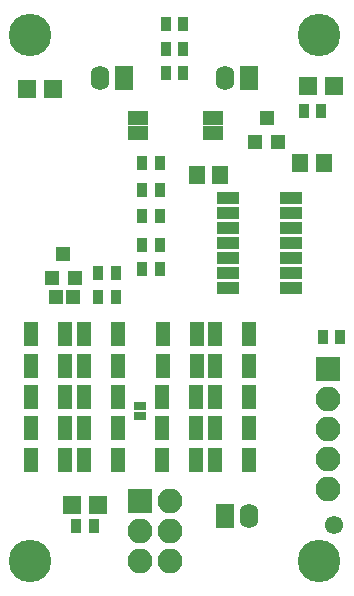
<source format=gbr>
G04 #@! TF.GenerationSoftware,KiCad,Pcbnew,(5.1.5)-3*
G04 #@! TF.CreationDate,2020-12-24T11:10:49+00:00*
G04 #@! TF.ProjectId,ModuleV421,4d6f6475-6c65-4563-9432-312e6b696361,rev?*
G04 #@! TF.SameCoordinates,Original*
G04 #@! TF.FileFunction,Soldermask,Top*
G04 #@! TF.FilePolarity,Negative*
%FSLAX46Y46*%
G04 Gerber Fmt 4.6, Leading zero omitted, Abs format (unit mm)*
G04 Created by KiCad (PCBNEW (5.1.5)-3) date 2020-12-24 11:10:49*
%MOMM*%
%LPD*%
G04 APERTURE LIST*
%ADD10R,1.400000X1.650000*%
%ADD11C,1.552000*%
%ADD12R,1.000000X0.800000*%
%ADD13R,1.200000X1.300000*%
%ADD14R,1.300000X2.100000*%
%ADD15R,1.600000X1.600000*%
%ADD16R,1.700000X1.200000*%
%ADD17R,1.600000X2.100000*%
%ADD18O,1.600000X2.100000*%
%ADD19R,0.900000X1.300000*%
%ADD20R,1.200000X1.150000*%
%ADD21C,3.600000*%
%ADD22R,2.100000X2.100000*%
%ADD23O,2.100000X2.100000*%
%ADD24R,1.900000X1.000000*%
G04 APERTURE END LIST*
D10*
X127572360Y-61609720D03*
X129572360Y-61609720D03*
D11*
X130417600Y-92237600D03*
D12*
X114017600Y-83037600D03*
X114017600Y-82137600D03*
D13*
X123767600Y-59787600D03*
X125667600Y-59787600D03*
X124717600Y-57787600D03*
D14*
X107667600Y-76087600D03*
X104767600Y-76087600D03*
X112167600Y-76087600D03*
X109267600Y-76087600D03*
X118867600Y-76087600D03*
X115967600Y-76087600D03*
X123267600Y-76087600D03*
X120367600Y-76087600D03*
X107667600Y-84037600D03*
X104767600Y-84037600D03*
X107667600Y-86687600D03*
X104767600Y-86687600D03*
X112167600Y-84037600D03*
X109267600Y-84037600D03*
X112167600Y-86687600D03*
X109267600Y-86687600D03*
X118767600Y-84037600D03*
X115867600Y-84037600D03*
X118767600Y-86687600D03*
X115867600Y-86687600D03*
X123267600Y-84037600D03*
X120367600Y-84037600D03*
X123267600Y-86687600D03*
X120367600Y-86687600D03*
X107667600Y-78737600D03*
X104767600Y-78737600D03*
X107667600Y-81387600D03*
X104767600Y-81387600D03*
X112167600Y-78737600D03*
X109267600Y-78737600D03*
X112167600Y-81387600D03*
X109267600Y-81387600D03*
X118867600Y-78737600D03*
X115967600Y-78737600D03*
X118767600Y-81387600D03*
X115867600Y-81387600D03*
X123267600Y-78737600D03*
X120367600Y-78737600D03*
X123267600Y-81387600D03*
X120367600Y-81387600D03*
D15*
X110442600Y-90512600D03*
X108242600Y-90512600D03*
D10*
X118817600Y-62587600D03*
X120817600Y-62587600D03*
D15*
X106617600Y-55287600D03*
X104417600Y-55287600D03*
D16*
X113867600Y-57747600D03*
X113867600Y-59027600D03*
X120167600Y-59027600D03*
X120167600Y-57747600D03*
D15*
X130417600Y-55087600D03*
X128217600Y-55087600D03*
D17*
X123217600Y-54387600D03*
D18*
X121217600Y-54387600D03*
D19*
X110092600Y-92312600D03*
X108592600Y-92312600D03*
X130967600Y-76287600D03*
X129467600Y-76287600D03*
X114167600Y-68487600D03*
X115667600Y-68487600D03*
X129367600Y-57187600D03*
X127867600Y-57187600D03*
X116167600Y-51887600D03*
X117667600Y-51887600D03*
X116167600Y-49787600D03*
X117667600Y-49787600D03*
X110467600Y-70887600D03*
X111967600Y-70887600D03*
X110467600Y-72887600D03*
X111967600Y-72887600D03*
X116167600Y-53987600D03*
X117667600Y-53987600D03*
X114167600Y-63837600D03*
X115667600Y-63837600D03*
X114167600Y-66087600D03*
X115667600Y-66087600D03*
X114167600Y-70587600D03*
X115667600Y-70587600D03*
X114167600Y-61587600D03*
X115667600Y-61587600D03*
D20*
X108367600Y-72887600D03*
X106867600Y-72887600D03*
D21*
X129167600Y-50737600D03*
X104667600Y-50737600D03*
X104667600Y-95237600D03*
X129167600Y-95237600D03*
D22*
X129917600Y-78987600D03*
D23*
X129917600Y-81527600D03*
X129917600Y-84067600D03*
X129917600Y-86607600D03*
X129917600Y-89147600D03*
D22*
X114017600Y-90237600D03*
D23*
X116557600Y-90237600D03*
X114017600Y-92777600D03*
X116557600Y-92777600D03*
X114017600Y-95317600D03*
X116557600Y-95317600D03*
D17*
X121217600Y-91487600D03*
D18*
X123217600Y-91487600D03*
D24*
X121417600Y-64577600D03*
X121417600Y-65847600D03*
X121417600Y-67117600D03*
X121417600Y-68387600D03*
X121417600Y-69657600D03*
X121417600Y-70927600D03*
X121417600Y-72197600D03*
X126817600Y-72197600D03*
X126817600Y-70927600D03*
X126817600Y-69657600D03*
X126817600Y-68387600D03*
X126817600Y-67117600D03*
X126817600Y-65847600D03*
X126817600Y-64577600D03*
D17*
X112617600Y-54387600D03*
D18*
X110617600Y-54387600D03*
D13*
X106567600Y-71287600D03*
X108467600Y-71287600D03*
X107517600Y-69287600D03*
M02*

</source>
